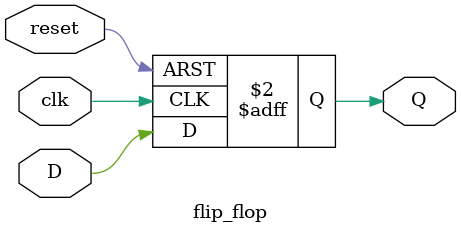
<source format=v>
`timescale 1ns/1ps

module flip_flop(input clk, input D, input reset, output reg Q);

always @(posedge clk, posedge reset)begin

	if(reset) Q<=0;

	else Q<=D;

end

endmodule

</source>
